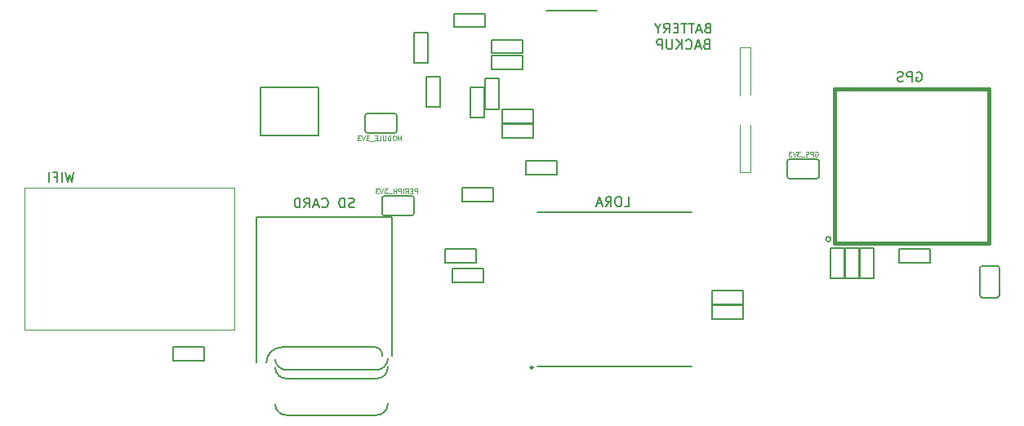
<source format=gbr>
G04 #@! TF.GenerationSoftware,KiCad,Pcbnew,(5.0.0)*
G04 #@! TF.CreationDate,2018-12-11T15:37:44-06:00*
G04 #@! TF.ProjectId,fk-core,666B2D636F72652E6B696361645F7063,0.1*
G04 #@! TF.SameCoordinates,PX791ddc0PY791ddc0*
G04 #@! TF.FileFunction,Legend,Bot*
G04 #@! TF.FilePolarity,Positive*
%FSLAX46Y46*%
G04 Gerber Fmt 4.6, Leading zero omitted, Abs format (unit mm)*
G04 Created by KiCad (PCBNEW (5.0.0)) date 12/11/18 15:37:44*
%MOMM*%
%LPD*%
G01*
G04 APERTURE LIST*
%ADD10C,0.180000*%
%ADD11C,0.100000*%
%ADD12C,0.150000*%
%ADD13C,0.127000*%
%ADD14C,0.152400*%
%ADD15C,0.381000*%
%ADD16C,0.300000*%
G04 APERTURE END LIST*
D10*
X18248000Y16024429D02*
X18105142Y15976810D01*
X18057523Y15929191D01*
X18009904Y15833953D01*
X18009904Y15691096D01*
X18057523Y15595858D01*
X18105142Y15548239D01*
X18200380Y15500620D01*
X18581333Y15500620D01*
X18581333Y16500620D01*
X18248000Y16500620D01*
X18152761Y16453000D01*
X18105142Y16405381D01*
X18057523Y16310143D01*
X18057523Y16214905D01*
X18105142Y16119667D01*
X18152761Y16072048D01*
X18248000Y16024429D01*
X18581333Y16024429D01*
X17628952Y15786334D02*
X17152761Y15786334D01*
X17724190Y15500620D02*
X17390857Y16500620D01*
X17057523Y15500620D01*
X16867047Y16500620D02*
X16295619Y16500620D01*
X16581333Y15500620D02*
X16581333Y16500620D01*
X16105142Y16500620D02*
X15533714Y16500620D01*
X15819428Y15500620D02*
X15819428Y16500620D01*
X15200380Y16024429D02*
X14867047Y16024429D01*
X14724190Y15500620D02*
X15200380Y15500620D01*
X15200380Y16500620D01*
X14724190Y16500620D01*
X13724190Y15500620D02*
X14057523Y15976810D01*
X14295619Y15500620D02*
X14295619Y16500620D01*
X13914666Y16500620D01*
X13819428Y16453000D01*
X13771809Y16405381D01*
X13724190Y16310143D01*
X13724190Y16167286D01*
X13771809Y16072048D01*
X13819428Y16024429D01*
X13914666Y15976810D01*
X14295619Y15976810D01*
X13105142Y15976810D02*
X13105142Y15500620D01*
X13438476Y16500620D02*
X13105142Y15976810D01*
X12771809Y16500620D01*
X18128952Y14344429D02*
X17986095Y14296810D01*
X17938476Y14249191D01*
X17890857Y14153953D01*
X17890857Y14011096D01*
X17938476Y13915858D01*
X17986095Y13868239D01*
X18081333Y13820620D01*
X18462285Y13820620D01*
X18462285Y14820620D01*
X18128952Y14820620D01*
X18033714Y14773000D01*
X17986095Y14725381D01*
X17938476Y14630143D01*
X17938476Y14534905D01*
X17986095Y14439667D01*
X18033714Y14392048D01*
X18128952Y14344429D01*
X18462285Y14344429D01*
X17509904Y14106334D02*
X17033714Y14106334D01*
X17605142Y13820620D02*
X17271809Y14820620D01*
X16938476Y13820620D01*
X16033714Y13915858D02*
X16081333Y13868239D01*
X16224190Y13820620D01*
X16319428Y13820620D01*
X16462285Y13868239D01*
X16557523Y13963477D01*
X16605142Y14058715D01*
X16652761Y14249191D01*
X16652761Y14392048D01*
X16605142Y14582524D01*
X16557523Y14677762D01*
X16462285Y14773000D01*
X16319428Y14820620D01*
X16224190Y14820620D01*
X16081333Y14773000D01*
X16033714Y14725381D01*
X15605142Y13820620D02*
X15605142Y14820620D01*
X15033714Y13820620D02*
X15462285Y14392048D01*
X15033714Y14820620D02*
X15605142Y14249191D01*
X14605142Y14820620D02*
X14605142Y14011096D01*
X14557523Y13915858D01*
X14509904Y13868239D01*
X14414666Y13820620D01*
X14224190Y13820620D01*
X14128952Y13868239D01*
X14081333Y13915858D01*
X14033714Y14011096D01*
X14033714Y14820620D01*
X13557523Y13820620D02*
X13557523Y14820620D01*
X13176571Y14820620D01*
X13081333Y14773000D01*
X13033714Y14725381D01*
X12986095Y14630143D01*
X12986095Y14487286D01*
X13033714Y14392048D01*
X13081333Y14344429D01*
X13176571Y14296810D01*
X13557523Y14296810D01*
X39957285Y11422000D02*
X40052523Y11469620D01*
X40195380Y11469620D01*
X40338238Y11422000D01*
X40433476Y11326762D01*
X40481095Y11231524D01*
X40528714Y11041048D01*
X40528714Y10898191D01*
X40481095Y10707715D01*
X40433476Y10612477D01*
X40338238Y10517239D01*
X40195380Y10469620D01*
X40100142Y10469620D01*
X39957285Y10517239D01*
X39909666Y10564858D01*
X39909666Y10898191D01*
X40100142Y10898191D01*
X39481095Y10469620D02*
X39481095Y11469620D01*
X39100142Y11469620D01*
X39004904Y11422000D01*
X38957285Y11374381D01*
X38909666Y11279143D01*
X38909666Y11136286D01*
X38957285Y11041048D01*
X39004904Y10993429D01*
X39100142Y10945810D01*
X39481095Y10945810D01*
X38528714Y10517239D02*
X38385857Y10469620D01*
X38147761Y10469620D01*
X38052523Y10517239D01*
X38004904Y10564858D01*
X37957285Y10660096D01*
X37957285Y10755334D01*
X38004904Y10850572D01*
X38052523Y10898191D01*
X38147761Y10945810D01*
X38338238Y10993429D01*
X38433476Y11041048D01*
X38481095Y11088667D01*
X38528714Y11183905D01*
X38528714Y11279143D01*
X38481095Y11374381D01*
X38433476Y11422000D01*
X38338238Y11469620D01*
X38100142Y11469620D01*
X37957285Y11422000D01*
X9651857Y-2484380D02*
X10128047Y-2484380D01*
X10128047Y-1484380D01*
X9128047Y-1484380D02*
X8937571Y-1484380D01*
X8842333Y-1532000D01*
X8747095Y-1627238D01*
X8699476Y-1817714D01*
X8699476Y-2151047D01*
X8747095Y-2341523D01*
X8842333Y-2436761D01*
X8937571Y-2484380D01*
X9128047Y-2484380D01*
X9223285Y-2436761D01*
X9318523Y-2341523D01*
X9366142Y-2151047D01*
X9366142Y-1817714D01*
X9318523Y-1627238D01*
X9223285Y-1532000D01*
X9128047Y-1484380D01*
X7699476Y-2484380D02*
X8032809Y-2008190D01*
X8270904Y-2484380D02*
X8270904Y-1484380D01*
X7889952Y-1484380D01*
X7794714Y-1532000D01*
X7747095Y-1579619D01*
X7699476Y-1674857D01*
X7699476Y-1817714D01*
X7747095Y-1912952D01*
X7794714Y-1960571D01*
X7889952Y-2008190D01*
X8270904Y-2008190D01*
X7318523Y-2198666D02*
X6842333Y-2198666D01*
X7413761Y-2484380D02*
X7080428Y-1484380D01*
X6747095Y-2484380D01*
X-47434667Y1055620D02*
X-47672762Y55620D01*
X-47863239Y769905D01*
X-48053715Y55620D01*
X-48291810Y1055620D01*
X-48672762Y55620D02*
X-48672762Y1055620D01*
X-49482286Y579429D02*
X-49148953Y579429D01*
X-49148953Y55620D02*
X-49148953Y1055620D01*
X-49625143Y1055620D01*
X-50006096Y55620D02*
X-50006096Y1055620D01*
X-18367762Y-2563761D02*
X-18510620Y-2611380D01*
X-18748715Y-2611380D01*
X-18843953Y-2563761D01*
X-18891572Y-2516142D01*
X-18939191Y-2420904D01*
X-18939191Y-2325666D01*
X-18891572Y-2230428D01*
X-18843953Y-2182809D01*
X-18748715Y-2135190D01*
X-18558239Y-2087571D01*
X-18463000Y-2039952D01*
X-18415381Y-1992333D01*
X-18367762Y-1897095D01*
X-18367762Y-1801857D01*
X-18415381Y-1706619D01*
X-18463000Y-1659000D01*
X-18558239Y-1611380D01*
X-18796334Y-1611380D01*
X-18939191Y-1659000D01*
X-19367762Y-2611380D02*
X-19367762Y-1611380D01*
X-19605858Y-1611380D01*
X-19748715Y-1659000D01*
X-19843953Y-1754238D01*
X-19891572Y-1849476D01*
X-19939191Y-2039952D01*
X-19939191Y-2182809D01*
X-19891572Y-2373285D01*
X-19843953Y-2468523D01*
X-19748715Y-2563761D01*
X-19605858Y-2611380D01*
X-19367762Y-2611380D01*
X-21701096Y-2516142D02*
X-21653477Y-2563761D01*
X-21510620Y-2611380D01*
X-21415381Y-2611380D01*
X-21272524Y-2563761D01*
X-21177286Y-2468523D01*
X-21129667Y-2373285D01*
X-21082048Y-2182809D01*
X-21082048Y-2039952D01*
X-21129667Y-1849476D01*
X-21177286Y-1754238D01*
X-21272524Y-1659000D01*
X-21415381Y-1611380D01*
X-21510620Y-1611380D01*
X-21653477Y-1659000D01*
X-21701096Y-1706619D01*
X-22082048Y-2325666D02*
X-22558239Y-2325666D01*
X-21986810Y-2611380D02*
X-22320143Y-1611380D01*
X-22653477Y-2611380D01*
X-23558239Y-2611380D02*
X-23224905Y-2135190D01*
X-22986810Y-2611380D02*
X-22986810Y-1611380D01*
X-23367762Y-1611380D01*
X-23463000Y-1659000D01*
X-23510620Y-1706619D01*
X-23558239Y-1801857D01*
X-23558239Y-1944714D01*
X-23510620Y-2039952D01*
X-23463000Y-2087571D01*
X-23367762Y-2135190D01*
X-22986810Y-2135190D01*
X-23986810Y-2611380D02*
X-23986810Y-1611380D01*
X-24224905Y-1611380D01*
X-24367762Y-1659000D01*
X-24463000Y-1754238D01*
X-24510620Y-1849476D01*
X-24558239Y-2039952D01*
X-24558239Y-2182809D01*
X-24510620Y-2373285D01*
X-24463000Y-2468523D01*
X-24367762Y-2563761D01*
X-24224905Y-2611380D01*
X-23986810Y-2611380D01*
D11*
X29432095Y3171000D02*
X29479714Y3194810D01*
X29551142Y3194810D01*
X29622571Y3171000D01*
X29670190Y3123381D01*
X29694000Y3075762D01*
X29717809Y2980524D01*
X29717809Y2909096D01*
X29694000Y2813858D01*
X29670190Y2766239D01*
X29622571Y2718620D01*
X29551142Y2694810D01*
X29503523Y2694810D01*
X29432095Y2718620D01*
X29408285Y2742429D01*
X29408285Y2909096D01*
X29503523Y2909096D01*
X29194000Y2694810D02*
X29194000Y3194810D01*
X29003523Y3194810D01*
X28955904Y3171000D01*
X28932095Y3147191D01*
X28908285Y3099572D01*
X28908285Y3028143D01*
X28932095Y2980524D01*
X28955904Y2956715D01*
X29003523Y2932905D01*
X29194000Y2932905D01*
X28717809Y2718620D02*
X28646380Y2694810D01*
X28527333Y2694810D01*
X28479714Y2718620D01*
X28455904Y2742429D01*
X28432095Y2790048D01*
X28432095Y2837667D01*
X28455904Y2885286D01*
X28479714Y2909096D01*
X28527333Y2932905D01*
X28622571Y2956715D01*
X28670190Y2980524D01*
X28694000Y3004334D01*
X28717809Y3051953D01*
X28717809Y3099572D01*
X28694000Y3147191D01*
X28670190Y3171000D01*
X28622571Y3194810D01*
X28503523Y3194810D01*
X28432095Y3171000D01*
X28336857Y2647191D02*
X27955904Y2647191D01*
X27884476Y3194810D02*
X27574952Y3194810D01*
X27741619Y3004334D01*
X27670190Y3004334D01*
X27622571Y2980524D01*
X27598761Y2956715D01*
X27574952Y2909096D01*
X27574952Y2790048D01*
X27598761Y2742429D01*
X27622571Y2718620D01*
X27670190Y2694810D01*
X27813047Y2694810D01*
X27860666Y2718620D01*
X27884476Y2742429D01*
X27432095Y3194810D02*
X27265428Y2694810D01*
X27098761Y3194810D01*
X26979714Y3194810D02*
X26670190Y3194810D01*
X26836857Y3004334D01*
X26765428Y3004334D01*
X26717809Y2980524D01*
X26694000Y2956715D01*
X26670190Y2909096D01*
X26670190Y2790048D01*
X26694000Y2742429D01*
X26717809Y2718620D01*
X26765428Y2694810D01*
X26908285Y2694810D01*
X26955904Y2718620D01*
X26979714Y2742429D01*
X-11850953Y-1115190D02*
X-11850953Y-615190D01*
X-12041429Y-615190D01*
X-12089048Y-639000D01*
X-12112858Y-662809D01*
X-12136667Y-710428D01*
X-12136667Y-781857D01*
X-12112858Y-829476D01*
X-12089048Y-853285D01*
X-12041429Y-877095D01*
X-11850953Y-877095D01*
X-12350953Y-853285D02*
X-12517620Y-853285D01*
X-12589048Y-1115190D02*
X-12350953Y-1115190D01*
X-12350953Y-615190D01*
X-12589048Y-615190D01*
X-13089048Y-1115190D02*
X-12922381Y-877095D01*
X-12803334Y-1115190D02*
X-12803334Y-615190D01*
X-12993810Y-615190D01*
X-13041429Y-639000D01*
X-13065239Y-662809D01*
X-13089048Y-710428D01*
X-13089048Y-781857D01*
X-13065239Y-829476D01*
X-13041429Y-853285D01*
X-12993810Y-877095D01*
X-12803334Y-877095D01*
X-13303334Y-1115190D02*
X-13303334Y-615190D01*
X-13541429Y-1115190D02*
X-13541429Y-615190D01*
X-13731905Y-615190D01*
X-13779524Y-639000D01*
X-13803334Y-662809D01*
X-13827143Y-710428D01*
X-13827143Y-781857D01*
X-13803334Y-829476D01*
X-13779524Y-853285D01*
X-13731905Y-877095D01*
X-13541429Y-877095D01*
X-14041429Y-1115190D02*
X-14041429Y-615190D01*
X-14041429Y-853285D02*
X-14327143Y-853285D01*
X-14327143Y-1115190D02*
X-14327143Y-615190D01*
X-14446191Y-1162809D02*
X-14827143Y-1162809D01*
X-14898572Y-615190D02*
X-15208096Y-615190D01*
X-15041429Y-805666D01*
X-15112858Y-805666D01*
X-15160477Y-829476D01*
X-15184286Y-853285D01*
X-15208096Y-900904D01*
X-15208096Y-1019952D01*
X-15184286Y-1067571D01*
X-15160477Y-1091380D01*
X-15112858Y-1115190D01*
X-14970000Y-1115190D01*
X-14922381Y-1091380D01*
X-14898572Y-1067571D01*
X-15350953Y-615190D02*
X-15517620Y-1115190D01*
X-15684286Y-615190D01*
X-15803334Y-615190D02*
X-16112858Y-615190D01*
X-15946191Y-805666D01*
X-16017620Y-805666D01*
X-16065239Y-829476D01*
X-16089048Y-853285D01*
X-16112858Y-900904D01*
X-16112858Y-1019952D01*
X-16089048Y-1067571D01*
X-16065239Y-1091380D01*
X-16017620Y-1115190D01*
X-15874762Y-1115190D01*
X-15827143Y-1091380D01*
X-15803334Y-1067571D01*
X-13498000Y4345810D02*
X-13498000Y4845810D01*
X-13664667Y4488667D01*
X-13831334Y4845810D01*
X-13831334Y4345810D01*
X-14164667Y4845810D02*
X-14259905Y4845810D01*
X-14307524Y4822000D01*
X-14355143Y4774381D01*
X-14378953Y4679143D01*
X-14378953Y4512477D01*
X-14355143Y4417239D01*
X-14307524Y4369620D01*
X-14259905Y4345810D01*
X-14164667Y4345810D01*
X-14117048Y4369620D01*
X-14069429Y4417239D01*
X-14045620Y4512477D01*
X-14045620Y4679143D01*
X-14069429Y4774381D01*
X-14117048Y4822000D01*
X-14164667Y4845810D01*
X-14593239Y4345810D02*
X-14593239Y4845810D01*
X-14712286Y4845810D01*
X-14783715Y4822000D01*
X-14831334Y4774381D01*
X-14855143Y4726762D01*
X-14878953Y4631524D01*
X-14878953Y4560096D01*
X-14855143Y4464858D01*
X-14831334Y4417239D01*
X-14783715Y4369620D01*
X-14712286Y4345810D01*
X-14593239Y4345810D01*
X-15093239Y4845810D02*
X-15093239Y4441048D01*
X-15117048Y4393429D01*
X-15140858Y4369620D01*
X-15188477Y4345810D01*
X-15283715Y4345810D01*
X-15331334Y4369620D01*
X-15355143Y4393429D01*
X-15378953Y4441048D01*
X-15378953Y4845810D01*
X-15855143Y4345810D02*
X-15617048Y4345810D01*
X-15617048Y4845810D01*
X-16021810Y4607715D02*
X-16188477Y4607715D01*
X-16259905Y4345810D02*
X-16021810Y4345810D01*
X-16021810Y4845810D01*
X-16259905Y4845810D01*
X-16355143Y4298191D02*
X-16736096Y4298191D01*
X-16807524Y4845810D02*
X-17117048Y4845810D01*
X-16950381Y4655334D01*
X-17021810Y4655334D01*
X-17069429Y4631524D01*
X-17093239Y4607715D01*
X-17117048Y4560096D01*
X-17117048Y4441048D01*
X-17093239Y4393429D01*
X-17069429Y4369620D01*
X-17021810Y4345810D01*
X-16878953Y4345810D01*
X-16831334Y4369620D01*
X-16807524Y4393429D01*
X-17259905Y4845810D02*
X-17426572Y4345810D01*
X-17593239Y4845810D01*
X-17712286Y4845810D02*
X-18021810Y4845810D01*
X-17855143Y4655334D01*
X-17926572Y4655334D01*
X-17974191Y4631524D01*
X-17998000Y4607715D01*
X-18021810Y4560096D01*
X-18021810Y4441048D01*
X-17998000Y4393429D01*
X-17974191Y4369620D01*
X-17926572Y4345810D01*
X-17783715Y4345810D01*
X-17736096Y4369620D01*
X-17712286Y4393429D01*
D12*
G04 #@! TO.C,J9*
X5161000Y17789000D02*
X3161000Y17789000D01*
X3151000Y17789000D02*
X1551000Y17789000D01*
X6771000Y17789000D02*
X5171000Y17789000D01*
D11*
G04 #@! TO.C,U1*
X-52516100Y-509260D02*
X-30796100Y-509260D01*
X-30796100Y-509260D02*
X-30796100Y-15239260D01*
X-30796100Y-15239260D02*
X-52516100Y-15239260D01*
X-52516100Y-15239260D02*
X-52516100Y-509260D01*
D13*
G04 #@! TO.C,M7*
X-28475940Y-18694400D02*
X-28475940Y-3594100D01*
X-28475940Y-3594100D02*
X-14478000Y-3594100D01*
X-14478000Y-3594100D02*
X-14478000Y-17995900D01*
X-16177260Y-17094200D02*
X-25877520Y-17094200D01*
X-16075660Y-19453860D02*
X-25275540Y-19453860D01*
X-16075660Y-20355560D02*
X-25275540Y-20355560D01*
X-16075660Y-24155400D02*
X-25275540Y-24155400D01*
X-16174720Y-17094200D02*
G75*
G02X-15476220Y-17995900I-101600J-800100D01*
G01*
X-27477720Y-18694400D02*
G75*
G02X-25877520Y-17094200I1600200J0D01*
G01*
X-14876780Y-18254980D02*
G75*
G02X-16075660Y-19453860I-1198880J0D01*
G01*
X-25278080Y-19453860D02*
G75*
G02X-26576020Y-18354040I-99060J1198880D01*
G01*
X-14874240Y-19154140D02*
G75*
G02X-16075660Y-20355560I-1201420J0D01*
G01*
X-25275540Y-20353020D02*
G75*
G02X-26576020Y-19255740I-101600J1198880D01*
G01*
X-14874240Y-22953980D02*
G75*
G02X-16075660Y-24155400I-1201420J0D01*
G01*
X-25275540Y-24152860D02*
G75*
G02X-26576020Y-23055580I-101600J1198880D01*
G01*
D14*
G04 #@! TO.C,J12*
X46482000Y-8890000D02*
X46482000Y-11684000D01*
X48260000Y-8636000D02*
G75*
G02X48514000Y-8890000I0J-254000D01*
G01*
X48514000Y-11684000D02*
G75*
G02X48260000Y-11938000I-254000J0D01*
G01*
X46482000Y-11684000D02*
G75*
G03X46736000Y-11938000I254000J0D01*
G01*
X46736000Y-8636000D02*
G75*
G03X46482000Y-8890000I0J-254000D01*
G01*
X46736000Y-8636000D02*
X48260000Y-8636000D01*
X46736000Y-11938000D02*
X48260000Y-11938000D01*
X48514000Y-11684000D02*
X48514000Y-8890000D01*
D12*
G04 #@! TO.C,L3*
X41325600Y-6920000D02*
X41325600Y-8320000D01*
X38125600Y-6920000D02*
X38125600Y-8320000D01*
X41325600Y-6920000D02*
X38125600Y-6920000D01*
X38125600Y-8320000D02*
X41325600Y-8320000D01*
G04 #@! TO.C,U10*
X31038800Y-5892800D02*
G75*
G03X31038800Y-5892800I-254000J0D01*
G01*
D15*
X31419800Y1727200D02*
X31419800Y-6273800D01*
X31419800Y-6273800D02*
X47421800Y-6273800D01*
X47421800Y-6273800D02*
X47421800Y7726680D01*
X47421800Y7726680D02*
X47421800Y9728200D01*
X47421800Y9728200D02*
X31419800Y9728200D01*
X31419800Y9728200D02*
X31419800Y1727200D01*
D11*
G04 #@! TO.C,BT1*
X22676804Y5935907D02*
X22676804Y5941195D01*
X21635121Y14010273D02*
X21635121Y9023942D01*
X22676804Y9103258D02*
X22676804Y14010273D01*
X21635121Y6009935D02*
X21635121Y1023604D01*
X22676804Y14010273D02*
X21635121Y14010273D01*
X22676804Y1023604D02*
X22676804Y5935907D01*
X21635121Y1023604D02*
X22676804Y1023604D01*
D12*
G04 #@! TO.C,C2*
X18720000Y-14162000D02*
X18720000Y-12762000D01*
X21920000Y-14162000D02*
X21920000Y-12762000D01*
X18720000Y-14162000D02*
X21920000Y-14162000D01*
X21920000Y-12762000D02*
X18720000Y-12762000D01*
G04 #@! TO.C,C5*
X-3988000Y-570000D02*
X-3988000Y-1970000D01*
X-7188000Y-570000D02*
X-7188000Y-1970000D01*
X-3988000Y-570000D02*
X-7188000Y-570000D01*
X-7188000Y-1970000D02*
X-3988000Y-1970000D01*
G04 #@! TO.C,C10*
X-8000000Y16090000D02*
X-8000000Y17490000D01*
X-4800000Y16090000D02*
X-4800000Y17490000D01*
X-8000000Y16090000D02*
X-4800000Y16090000D01*
X-4800000Y17490000D02*
X-8000000Y17490000D01*
G04 #@! TO.C,C15*
X-8204000Y-10352000D02*
X-8204000Y-8952000D01*
X-5004000Y-10352000D02*
X-5004000Y-8952000D01*
X-8204000Y-10352000D02*
X-5004000Y-10352000D01*
X-5004000Y-8952000D02*
X-8204000Y-8952000D01*
G04 #@! TO.C,R1*
X-37160000Y-18480000D02*
X-37160000Y-17080000D01*
X-33960000Y-18480000D02*
X-33960000Y-17080000D01*
X-37160000Y-18480000D02*
X-33960000Y-18480000D01*
X-33960000Y-17080000D02*
X-37160000Y-17080000D01*
G04 #@! TO.C,R35*
X-9460000Y7798000D02*
X-10860000Y7798000D01*
X-9460000Y10998000D02*
X-10860000Y10998000D01*
X-9460000Y7798000D02*
X-9460000Y10998000D01*
X-10860000Y10998000D02*
X-10860000Y7798000D01*
G04 #@! TO.C,R36*
X-12130000Y15570000D02*
X-10730000Y15570000D01*
X-12130000Y12370000D02*
X-10730000Y12370000D01*
X-12130000Y15570000D02*
X-12130000Y12370000D01*
X-10730000Y12370000D02*
X-10730000Y15570000D01*
D16*
G04 #@! TO.C,U3*
X106711Y-19196000D02*
G75*
G03X106711Y-19196000I-70711J0D01*
G01*
D12*
X636000Y-19096000D02*
X16636000Y-19096000D01*
X636000Y-3096000D02*
X16636000Y-3096000D01*
D14*
G04 #@! TO.C,J2*
X-15240000Y-3429000D02*
X-12446000Y-3429000D01*
X-15494000Y-1651000D02*
G75*
G02X-15240000Y-1397000I254000J0D01*
G01*
X-12446000Y-1397000D02*
G75*
G02X-12192000Y-1651000I0J-254000D01*
G01*
X-12446000Y-3429000D02*
G75*
G03X-12192000Y-3175000I0J254000D01*
G01*
X-15494000Y-3175000D02*
G75*
G03X-15240000Y-3429000I254000J0D01*
G01*
X-15494000Y-3175000D02*
X-15494000Y-1651000D01*
X-12192000Y-3175000D02*
X-12192000Y-1651000D01*
X-12446000Y-1397000D02*
X-15240000Y-1397000D01*
G04 #@! TO.C,J14*
X-14198600Y7162800D02*
X-16992600Y7162800D01*
X-13944600Y5384800D02*
G75*
G02X-14198600Y5130800I-254000J0D01*
G01*
X-16992600Y5130800D02*
G75*
G02X-17246600Y5384800I0J254000D01*
G01*
X-16992600Y7162800D02*
G75*
G03X-17246600Y6908800I0J-254000D01*
G01*
X-13944600Y6908800D02*
G75*
G03X-14198600Y7162800I-254000J0D01*
G01*
X-13944600Y6908800D02*
X-13944600Y5384800D01*
X-17246600Y6908800D02*
X-17246600Y5384800D01*
X-16992600Y5130800D02*
X-14198600Y5130800D01*
D12*
G04 #@! TO.C,U14*
X-28095200Y9866000D02*
X-22095200Y9866000D01*
X-28095200Y9866000D02*
X-28095200Y4866000D01*
X-28095200Y4866000D02*
X-22095200Y4866000D01*
X-22095200Y4866000D02*
X-22095200Y9866000D01*
G04 #@! TO.C,C31*
X31050000Y-6782000D02*
X31050000Y-9982000D01*
X32450000Y-9982000D02*
X32450000Y-6782000D01*
X32450000Y-6782000D02*
X31050000Y-6782000D01*
X32450000Y-9982000D02*
X31050000Y-9982000D01*
G04 #@! TO.C,C32*
X35498000Y-9982000D02*
X34098000Y-9982000D01*
X35498000Y-6782000D02*
X34098000Y-6782000D01*
X35498000Y-9982000D02*
X35498000Y-6782000D01*
X34098000Y-6782000D02*
X34098000Y-9982000D01*
G04 #@! TO.C,C35*
X33974000Y-9982000D02*
X32574000Y-9982000D01*
X33974000Y-6782000D02*
X32574000Y-6782000D01*
X33974000Y-9982000D02*
X33974000Y-6782000D01*
X32574000Y-6782000D02*
X32574000Y-9982000D01*
G04 #@! TO.C,R15*
X-5766000Y-6920000D02*
X-5766000Y-8320000D01*
X-8966000Y-6920000D02*
X-8966000Y-8320000D01*
X-5766000Y-6920000D02*
X-8966000Y-6920000D01*
X-8966000Y-8320000D02*
X-5766000Y-8320000D01*
G04 #@! TO.C,C6*
X180000Y7570000D02*
X180000Y6170000D01*
X-3020000Y7570000D02*
X-3020000Y6170000D01*
X180000Y7570000D02*
X-3020000Y7570000D01*
X-3020000Y6170000D02*
X180000Y6170000D01*
G04 #@! TO.C,C8*
X2627724Y2230695D02*
X2627724Y830695D01*
X-572276Y2230695D02*
X-572276Y830695D01*
X2627724Y2230695D02*
X-572276Y2230695D01*
X-572276Y830695D02*
X2627724Y830695D01*
G04 #@! TO.C,C9*
X-2990000Y4620000D02*
X210000Y4620000D01*
X210000Y6020000D02*
X-2990000Y6020000D01*
X-2990000Y6020000D02*
X-2990000Y4620000D01*
X210000Y6020000D02*
X210000Y4620000D01*
G04 #@! TO.C,C13*
X18720000Y-12638000D02*
X18720000Y-11238000D01*
X21920000Y-12638000D02*
X21920000Y-11238000D01*
X18720000Y-12638000D02*
X21920000Y-12638000D01*
X21920000Y-11238000D02*
X18720000Y-11238000D01*
G04 #@! TO.C,C14*
X-4089276Y11752695D02*
X-889276Y11752695D01*
X-889276Y13152695D02*
X-4089276Y13152695D01*
X-4089276Y13152695D02*
X-4089276Y11752695D01*
X-889276Y13152695D02*
X-889276Y11752695D01*
D14*
G04 #@! TO.C,J1*
X26797000Y381000D02*
X29591000Y381000D01*
X26543000Y2159000D02*
G75*
G02X26797000Y2413000I254000J0D01*
G01*
X29591000Y2413000D02*
G75*
G02X29845000Y2159000I0J-254000D01*
G01*
X29591000Y381000D02*
G75*
G03X29845000Y635000I0J254000D01*
G01*
X26543000Y635000D02*
G75*
G03X26797000Y381000I254000J0D01*
G01*
X26543000Y635000D02*
X26543000Y2159000D01*
X29845000Y635000D02*
X29845000Y2159000D01*
X29591000Y2413000D02*
X26797000Y2413000D01*
D12*
G04 #@! TO.C,R26*
X-6288000Y9894000D02*
X-6288000Y6694000D01*
X-4888000Y6694000D02*
X-4888000Y9894000D01*
X-4888000Y9894000D02*
X-6288000Y9894000D01*
X-4888000Y6694000D02*
X-6288000Y6694000D01*
G04 #@! TO.C,R27*
X-4764000Y10783000D02*
X-4764000Y7583000D01*
X-3364000Y7583000D02*
X-3364000Y10783000D01*
X-3364000Y10783000D02*
X-4764000Y10783000D01*
X-3364000Y7583000D02*
X-4764000Y7583000D01*
G04 #@! TO.C,R31*
X-889276Y14803695D02*
X-889276Y13403695D01*
X-4089276Y14803695D02*
X-4089276Y13403695D01*
X-889276Y14803695D02*
X-4089276Y14803695D01*
X-4089276Y13403695D02*
X-889276Y13403695D01*
G04 #@! TD*
M02*

</source>
